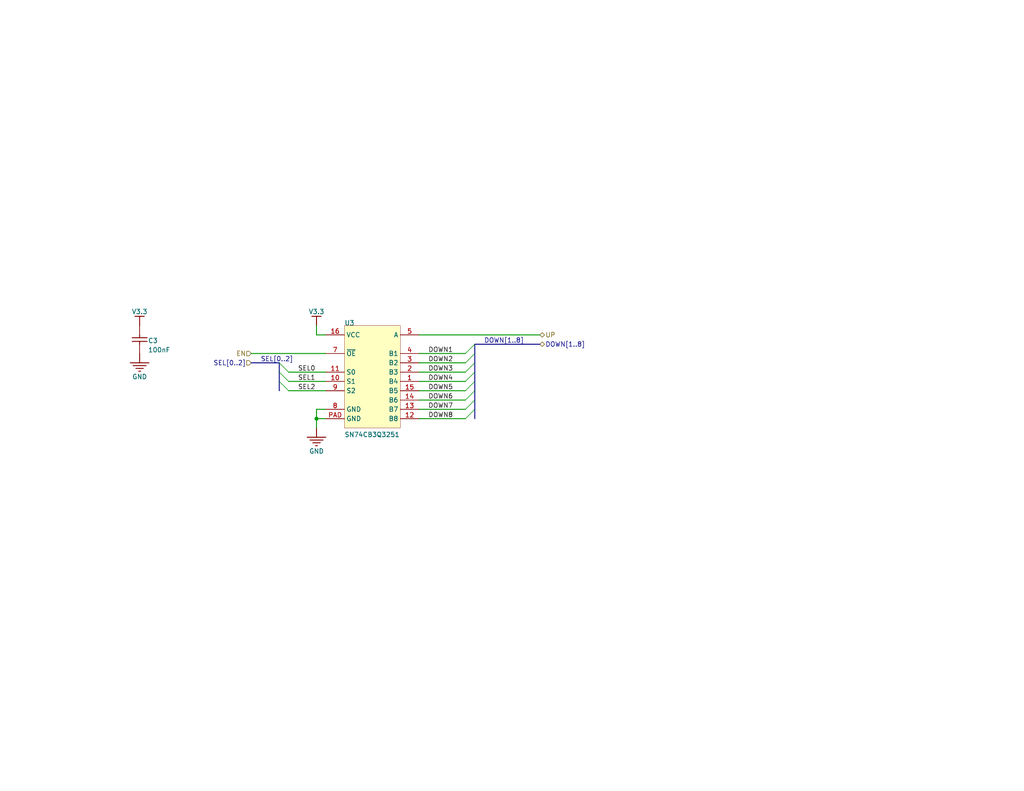
<source format=kicad_sch>
(kicad_sch (version 20231120) (generator "eeschema") (generator_version "8.0")
  (paper "A")
  (lib_symbols
    (symbol "top-altium-import:GND_POWER_GROUND" (power)
      (property "Reference" "#PWR" (at 0 0 0))
      (property "Value" "GND" (at 0 6.35 0))
      (symbol "GND_POWER_GROUND_0_0"
        (polyline (pts (xy -2.54 -2.54) (xy 2.54 -2.54)) (stroke (width 0.254)))
        (polyline (pts (xy -1.778 -3.302) (xy 1.778 -3.302)) (stroke (width 0.254)))
        (polyline (pts (xy -1.016 -4.064) (xy 1.016 -4.064)) (stroke (width 0.254)))
        (polyline (pts (xy -0.254 -4.826) (xy 0.254 -4.826)) (stroke (width 0.254)))
        (polyline (pts (xy 0 0) (xy 0 -2.54)) (stroke (width 0.254)))
        (pin power_in line (at 0 0 0) (length 0) hide (name "GND") (number ""))
      )
    )
    (symbol "top-altium-import:MUX_NRST_0_SN74CB3Q3251"
      (symbol "MUX_NRST_0_SN74CB3Q3251_1_0"
        (rectangle (start 7.62 15.24) (end -7.62 -12.7) (stroke (width 0.0254) (color 128 0 0 1)) (fill (type background)))
        (pin passive line (at 12.7 0 180) (length 5.08) (name "B4") (number "1"))
        (pin passive line (at -12.7 0 0) (length 5.08) (name "S1") (number "10"))
        (pin passive line (at -12.7 2.54 0) (length 5.08) (name "S0") (number "11"))
        (pin passive line (at 12.7 -10.16 180) (length 5.08) (name "B8") (number "12"))
        (pin passive line (at 12.7 -7.62 180) (length 5.08) (name "B7") (number "13"))
        (pin passive line (at 12.7 -5.08 180) (length 5.08) (name "B6") (number "14"))
        (pin passive line (at 12.7 -2.54 180) (length 5.08) (name "B5") (number "15"))
        (pin passive line (at -12.7 12.7 0) (length 5.08) (name "VCC") (number "16"))
        (pin passive line (at 12.7 2.54 180) (length 5.08) (name "B3") (number "2"))
        (pin passive line (at 12.7 5.08 180) (length 5.08) (name "B2") (number "3"))
        (pin passive line (at 12.7 7.62 180) (length 5.08) (name "B1") (number "4"))
        (pin passive line (at 12.7 12.7 180) (length 5.08) (name "A") (number "5"))
        (pin passive line (at -12.7 7.62 0) (length 5.08) (name "~{OE}") (number "7"))
        (pin passive line (at -12.7 -7.62 0) (length 5.08) (name "GND") (number "8"))
        (pin passive line (at -12.7 -2.54 0) (length 5.08) (name "S2") (number "9"))
        (pin passive line (at -12.7 -10.16 0) (length 5.08) (name "GND") (number "PAD"))
      )
    )
    (symbol "top-altium-import:MUX_NRST_1_Capacitor"
      (symbol "MUX_NRST_1_Capacitor_1_0"
        (polyline (pts (xy -2.032 0.762) (xy 2.032 0.762)) (stroke (width 0.254)))
        (polyline (pts (xy 0 0) (xy 0 0.762)) (stroke (width 0.254)))
        (polyline (pts (xy 0 1.778) (xy 0 2.54)) (stroke (width 0.254)))
        (polyline (pts (xy 2.032 1.778) (xy -2.032 1.778)) (stroke (width 0.254)))
        (pin passive line (at 0 -2.54 90) (length 2.54) (name "1") (number "1"))
        (pin passive line (at 0 5.08 270) (length 2.54) (name "2") (number "2"))
      )
    )
    (symbol "top-altium-import:V3.3_BAR" (power)
      (property "Reference" "#PWR" (at 0 0 0))
      (property "Value" "V3.3" (at 0 3.81 0))
      (symbol "V3.3_BAR_0_0"
        (polyline (pts (xy -1.27 -2.54) (xy 1.27 -2.54)) (stroke (width 0.254)))
        (polyline (pts (xy 0 0) (xy 0 -2.54)) (stroke (width 0.254)))
        (pin power_in line (at 0 0 0) (length 0) hide (name "V3.3") (number ""))
      )
    )
  )
  (junction (at 86.36 114.3))
  (bus_entry (at 78.74 106.68) (size -2.54 -2.54))
  (bus_entry (at 78.74 104.14) (size -2.54 -2.54))
  (bus_entry (at 129.54 106.68) (size -2.54 2.54))
  (bus_entry (at 129.54 99.06) (size -2.54 2.54))
  (bus_entry (at 129.54 104.14) (size -2.54 2.54))
  (bus_entry (at 129.54 96.52) (size -2.54 2.54))
  (bus_entry (at 78.74 101.6) (size -2.54 -2.54))
  (bus_entry (at 129.54 93.98) (size -2.54 2.54))
  (bus_entry (at 129.54 111.76) (size -2.54 2.54))
  (bus_entry (at 129.54 109.22) (size -2.54 2.54))
  (bus_entry (at 129.54 101.6) (size -2.54 2.54))
  (bus (pts (xy 129.54 114.3) (xy 129.54 111.76)) (stroke (width 0.254)))
  (wire (pts (xy 86.36 111.76) (xy 88.9 111.76)) (stroke (width 0.254)))
  (bus (pts (xy 129.54 96.52) (xy 129.54 93.98)) (stroke (width 0.254)))
  (wire (pts (xy 68.58 96.52) (xy 88.9 96.52)) (stroke (width 0.254)))
  (wire (pts (xy 127 114.3) (xy 114.3 114.3)) (stroke (width 0.254)))
  (bus (pts (xy 129.54 99.06) (xy 129.54 96.52)) (stroke (width 0.254)))
  (bus (pts (xy 129.54 101.6) (xy 129.54 99.06)) (stroke (width 0.254)))
  (bus (pts (xy 129.54 111.76) (xy 129.54 109.22)) (stroke (width 0.254)))
  (bus (pts (xy 129.54 93.98) (xy 147.32 93.98)) (stroke (width 0.254)))
  (wire (pts (xy 147.32 91.44) (xy 114.3 91.44)) (stroke (width 0.254)))
  (wire (pts (xy 86.36 91.44) (xy 88.9 91.44)) (stroke (width 0.254)))
  (wire (pts (xy 127 104.14) (xy 114.3 104.14)) (stroke (width 0.254)))
  (bus (pts (xy 76.2 99.06) (xy 68.58 99.06)) (stroke (width 0.254)))
  (wire (pts (xy 78.74 104.14) (xy 88.9 104.14)) (stroke (width 0.254)))
  (bus (pts (xy 76.2 104.14) (xy 76.2 101.6)) (stroke (width 0.254)))
  (wire (pts (xy 114.3 96.52) (xy 127 96.52)) (stroke (width 0.254)))
  (wire (pts (xy 86.36 114.3) (xy 88.9 114.3)) (stroke (width 0.254)))
  (wire (pts (xy 127 99.06) (xy 114.3 99.06)) (stroke (width 0.254)))
  (bus (pts (xy 129.54 104.14) (xy 129.54 101.6)) (stroke (width 0.254)))
  (wire (pts (xy 127 106.68) (xy 114.3 106.68)) (stroke (width 0.254)))
  (wire (pts (xy 86.36 114.3) (xy 86.36 111.76)) (stroke (width 0.254)))
  (wire (pts (xy 127 111.76) (xy 114.3 111.76)) (stroke (width 0.254)))
  (wire (pts (xy 127 109.22) (xy 114.3 109.22)) (stroke (width 0.254)))
  (bus (pts (xy 76.2 101.6) (xy 76.2 99.06)) (stroke (width 0.254)))
  (bus (pts (xy 129.54 109.22) (xy 129.54 106.68)) (stroke (width 0.254)))
  (bus (pts (xy 129.54 106.68) (xy 129.54 104.14)) (stroke (width 0.254)))
  (bus (pts (xy 76.2 106.68) (xy 76.2 104.14)) (stroke (width 0.254)))
  (wire (pts (xy 78.74 101.6) (xy 88.9 101.6)) (stroke (width 0.254)))
  (wire (pts (xy 86.36 116.84) (xy 86.36 114.3)) (stroke (width 0.254)))
  (wire (pts (xy 114.3 101.6) (xy 127 101.6)) (stroke (width 0.254)))
  (wire (pts (xy 86.36 88.9) (xy 86.36 91.44)) (stroke (width 0.254)))
  (wire (pts (xy 78.74 106.68) (xy 88.9 106.68)) (stroke (width 0.254)))
  (label "SEL0" (at 81.28 101.6 0))
  (label "SEL1" (at 81.28 104.14 0))
  (label "SEL[0..2]" (at 71.12 99.06 0))
  (label "DOWN6" (at 116.84 109.22 0))
  (label "DOWN[1..8]" (at 132.08 93.98 0))
  (label "SEL2" (at 81.28 106.68 0))
  (label "DOWN7" (at 116.84 111.76 0))
  (label "DOWN4" (at 116.84 104.14 0))
  (label "DOWN1" (at 116.84 96.52 0))
  (label "DOWN3" (at 116.84 101.6 0))
  (label "DOWN2" (at 116.84 99.06 0))
  (label "DOWN5" (at 116.84 106.68 0))
  (label "DOWN8" (at 116.84 114.3 0))
  (hierarchical_label "UP" (shape bidirectional) (at 147.32 91.44 0))
  (hierarchical_label "EN" (shape input) (at 68.58 96.52 180))
  (hierarchical_label "SEL[0..2]" (shape input) (at 68.58 99.06 180))
  (hierarchical_label "DOWN[1..8]" (shape bidirectional) (at 147.32 93.98 0))
  (symbol (lib_id "top-altium-import:GND_POWER_GROUND") (at 38.1 96.52 0) (unit 1)
    (property "Reference" "#PWR?" (effects (hide yes)))
    (property "Value" "GND" (at 38.1 102.87 0))
  )
  (symbol (lib_id "top-altium-import:GND_POWER_GROUND") (at 86.36 116.84 0) (unit 1)
    (property "Reference" "#PWR?" (effects (hide yes)))
    (property "Value" "GND" (at 86.36 123.19 0))
  )
  (symbol (lib_id "top-altium-import:V3.3_BAR") (at 86.36 88.9 180) (unit 1)
    (property "Reference" "#PWR?" (effects (hide yes)))
    (property "Value" "V3.3" (at 86.36 85.09 0))
  )
  (symbol (lib_id "top-altium-import:MUX_NRST_1_Capacitor") (at 38.1 93.98 0) (unit 1)
    (property "Reference" "C3" (at 40.386 93.726 0) (effects (justify left bottom)))
    (property "Value" "${ALTIUM_VALUE}" (at 40.386 96.266 0) (effects (justify left bottom)))
    (property "ALTIUM_VALUE" "100nF" (effects (hide yes)))
  )
  (symbol (lib_id "top-altium-import:MUX_NRST_0_SN74CB3Q3251") (at 101.6 104.14 0) (unit 1)
    (property "Reference" "U3" (at 93.98 88.9 0) (effects (justify left bottom)))
    (property "Value" "SN74CB3Q3251" (at 93.98 119.38 0) (effects (justify left bottom)))
    (property "Footprint" "TI_RGY" (effects (hide yes)))
  )
  (symbol (lib_id "top-altium-import:V3.3_BAR") (at 38.1 88.9 180) (unit 1)
    (property "Reference" "#PWR?" (effects (hide yes)))
    (property "Value" "V3.3" (at 38.1 85.09 0))
  )
)
</source>
